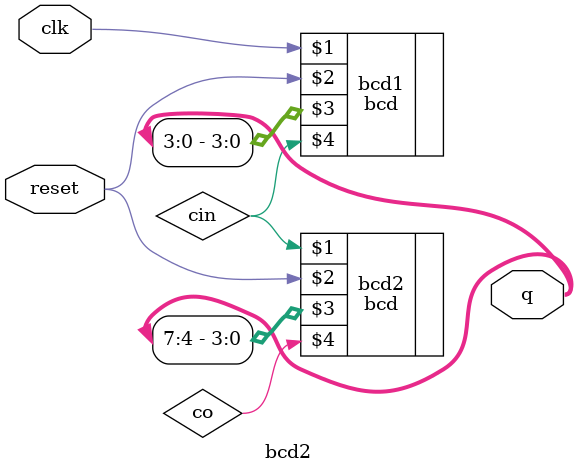
<source format=v>
`include "bcd.v"

module bcd2 (
  input clk,
  input reset,
  output [7:0] q
);
  wire cin,co;

  bcd bcd1 (clk, reset, q[3:0], cin);
  bcd bcd2 (cin, reset,q[7:4],co);
  
endmodule
</source>
